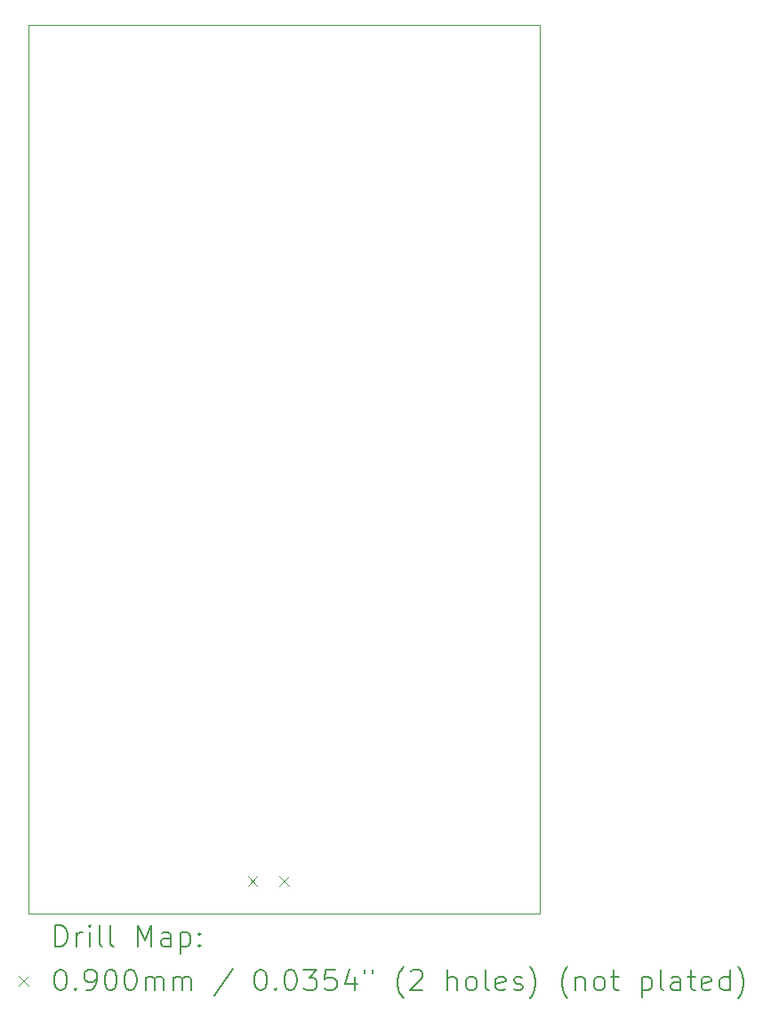
<source format=gbr>
%TF.GenerationSoftware,KiCad,Pcbnew,8.0.1-rc1*%
%TF.CreationDate,2024-04-01T18:49:28-05:00*%
%TF.ProjectId,tetrisBusinessCard,74657472-6973-4427-9573-696e65737343,rev?*%
%TF.SameCoordinates,Original*%
%TF.FileFunction,Drillmap*%
%TF.FilePolarity,Positive*%
%FSLAX45Y45*%
G04 Gerber Fmt 4.5, Leading zero omitted, Abs format (unit mm)*
G04 Created by KiCad (PCBNEW 8.0.1-rc1) date 2024-04-01 18:49:28*
%MOMM*%
%LPD*%
G01*
G04 APERTURE LIST*
%ADD10C,0.050000*%
%ADD11C,0.200000*%
%ADD12C,0.100000*%
G04 APERTURE END LIST*
D10*
X17320000Y-1975000D02*
X22185000Y-1975000D01*
X22185000Y-10425000D01*
X17320000Y-10425000D01*
X17320000Y-1975000D01*
D11*
D12*
X19410000Y-10070500D02*
X19500000Y-10160500D01*
X19500000Y-10070500D02*
X19410000Y-10160500D01*
X19710000Y-10070500D02*
X19800000Y-10160500D01*
X19800000Y-10070500D02*
X19710000Y-10160500D01*
D11*
X17578277Y-10738984D02*
X17578277Y-10538984D01*
X17578277Y-10538984D02*
X17625896Y-10538984D01*
X17625896Y-10538984D02*
X17654467Y-10548508D01*
X17654467Y-10548508D02*
X17673515Y-10567555D01*
X17673515Y-10567555D02*
X17683039Y-10586603D01*
X17683039Y-10586603D02*
X17692563Y-10624698D01*
X17692563Y-10624698D02*
X17692563Y-10653270D01*
X17692563Y-10653270D02*
X17683039Y-10691365D01*
X17683039Y-10691365D02*
X17673515Y-10710412D01*
X17673515Y-10710412D02*
X17654467Y-10729460D01*
X17654467Y-10729460D02*
X17625896Y-10738984D01*
X17625896Y-10738984D02*
X17578277Y-10738984D01*
X17778277Y-10738984D02*
X17778277Y-10605650D01*
X17778277Y-10643746D02*
X17787801Y-10624698D01*
X17787801Y-10624698D02*
X17797324Y-10615174D01*
X17797324Y-10615174D02*
X17816372Y-10605650D01*
X17816372Y-10605650D02*
X17835420Y-10605650D01*
X17902086Y-10738984D02*
X17902086Y-10605650D01*
X17902086Y-10538984D02*
X17892563Y-10548508D01*
X17892563Y-10548508D02*
X17902086Y-10558031D01*
X17902086Y-10558031D02*
X17911610Y-10548508D01*
X17911610Y-10548508D02*
X17902086Y-10538984D01*
X17902086Y-10538984D02*
X17902086Y-10558031D01*
X18025896Y-10738984D02*
X18006848Y-10729460D01*
X18006848Y-10729460D02*
X17997324Y-10710412D01*
X17997324Y-10710412D02*
X17997324Y-10538984D01*
X18130658Y-10738984D02*
X18111610Y-10729460D01*
X18111610Y-10729460D02*
X18102086Y-10710412D01*
X18102086Y-10710412D02*
X18102086Y-10538984D01*
X18359229Y-10738984D02*
X18359229Y-10538984D01*
X18359229Y-10538984D02*
X18425896Y-10681841D01*
X18425896Y-10681841D02*
X18492563Y-10538984D01*
X18492563Y-10538984D02*
X18492563Y-10738984D01*
X18673515Y-10738984D02*
X18673515Y-10634222D01*
X18673515Y-10634222D02*
X18663991Y-10615174D01*
X18663991Y-10615174D02*
X18644944Y-10605650D01*
X18644944Y-10605650D02*
X18606848Y-10605650D01*
X18606848Y-10605650D02*
X18587801Y-10615174D01*
X18673515Y-10729460D02*
X18654467Y-10738984D01*
X18654467Y-10738984D02*
X18606848Y-10738984D01*
X18606848Y-10738984D02*
X18587801Y-10729460D01*
X18587801Y-10729460D02*
X18578277Y-10710412D01*
X18578277Y-10710412D02*
X18578277Y-10691365D01*
X18578277Y-10691365D02*
X18587801Y-10672317D01*
X18587801Y-10672317D02*
X18606848Y-10662793D01*
X18606848Y-10662793D02*
X18654467Y-10662793D01*
X18654467Y-10662793D02*
X18673515Y-10653270D01*
X18768753Y-10605650D02*
X18768753Y-10805650D01*
X18768753Y-10615174D02*
X18787801Y-10605650D01*
X18787801Y-10605650D02*
X18825896Y-10605650D01*
X18825896Y-10605650D02*
X18844944Y-10615174D01*
X18844944Y-10615174D02*
X18854467Y-10624698D01*
X18854467Y-10624698D02*
X18863991Y-10643746D01*
X18863991Y-10643746D02*
X18863991Y-10700889D01*
X18863991Y-10700889D02*
X18854467Y-10719936D01*
X18854467Y-10719936D02*
X18844944Y-10729460D01*
X18844944Y-10729460D02*
X18825896Y-10738984D01*
X18825896Y-10738984D02*
X18787801Y-10738984D01*
X18787801Y-10738984D02*
X18768753Y-10729460D01*
X18949705Y-10719936D02*
X18959229Y-10729460D01*
X18959229Y-10729460D02*
X18949705Y-10738984D01*
X18949705Y-10738984D02*
X18940182Y-10729460D01*
X18940182Y-10729460D02*
X18949705Y-10719936D01*
X18949705Y-10719936D02*
X18949705Y-10738984D01*
X18949705Y-10615174D02*
X18959229Y-10624698D01*
X18959229Y-10624698D02*
X18949705Y-10634222D01*
X18949705Y-10634222D02*
X18940182Y-10624698D01*
X18940182Y-10624698D02*
X18949705Y-10615174D01*
X18949705Y-10615174D02*
X18949705Y-10634222D01*
D12*
X17227500Y-11022500D02*
X17317500Y-11112500D01*
X17317500Y-11022500D02*
X17227500Y-11112500D01*
D11*
X17616372Y-10958984D02*
X17635420Y-10958984D01*
X17635420Y-10958984D02*
X17654467Y-10968508D01*
X17654467Y-10968508D02*
X17663991Y-10978031D01*
X17663991Y-10978031D02*
X17673515Y-10997079D01*
X17673515Y-10997079D02*
X17683039Y-11035174D01*
X17683039Y-11035174D02*
X17683039Y-11082793D01*
X17683039Y-11082793D02*
X17673515Y-11120889D01*
X17673515Y-11120889D02*
X17663991Y-11139936D01*
X17663991Y-11139936D02*
X17654467Y-11149460D01*
X17654467Y-11149460D02*
X17635420Y-11158984D01*
X17635420Y-11158984D02*
X17616372Y-11158984D01*
X17616372Y-11158984D02*
X17597324Y-11149460D01*
X17597324Y-11149460D02*
X17587801Y-11139936D01*
X17587801Y-11139936D02*
X17578277Y-11120889D01*
X17578277Y-11120889D02*
X17568753Y-11082793D01*
X17568753Y-11082793D02*
X17568753Y-11035174D01*
X17568753Y-11035174D02*
X17578277Y-10997079D01*
X17578277Y-10997079D02*
X17587801Y-10978031D01*
X17587801Y-10978031D02*
X17597324Y-10968508D01*
X17597324Y-10968508D02*
X17616372Y-10958984D01*
X17768753Y-11139936D02*
X17778277Y-11149460D01*
X17778277Y-11149460D02*
X17768753Y-11158984D01*
X17768753Y-11158984D02*
X17759229Y-11149460D01*
X17759229Y-11149460D02*
X17768753Y-11139936D01*
X17768753Y-11139936D02*
X17768753Y-11158984D01*
X17873515Y-11158984D02*
X17911610Y-11158984D01*
X17911610Y-11158984D02*
X17930658Y-11149460D01*
X17930658Y-11149460D02*
X17940182Y-11139936D01*
X17940182Y-11139936D02*
X17959229Y-11111365D01*
X17959229Y-11111365D02*
X17968753Y-11073270D01*
X17968753Y-11073270D02*
X17968753Y-10997079D01*
X17968753Y-10997079D02*
X17959229Y-10978031D01*
X17959229Y-10978031D02*
X17949705Y-10968508D01*
X17949705Y-10968508D02*
X17930658Y-10958984D01*
X17930658Y-10958984D02*
X17892563Y-10958984D01*
X17892563Y-10958984D02*
X17873515Y-10968508D01*
X17873515Y-10968508D02*
X17863991Y-10978031D01*
X17863991Y-10978031D02*
X17854467Y-10997079D01*
X17854467Y-10997079D02*
X17854467Y-11044698D01*
X17854467Y-11044698D02*
X17863991Y-11063746D01*
X17863991Y-11063746D02*
X17873515Y-11073270D01*
X17873515Y-11073270D02*
X17892563Y-11082793D01*
X17892563Y-11082793D02*
X17930658Y-11082793D01*
X17930658Y-11082793D02*
X17949705Y-11073270D01*
X17949705Y-11073270D02*
X17959229Y-11063746D01*
X17959229Y-11063746D02*
X17968753Y-11044698D01*
X18092563Y-10958984D02*
X18111610Y-10958984D01*
X18111610Y-10958984D02*
X18130658Y-10968508D01*
X18130658Y-10968508D02*
X18140182Y-10978031D01*
X18140182Y-10978031D02*
X18149705Y-10997079D01*
X18149705Y-10997079D02*
X18159229Y-11035174D01*
X18159229Y-11035174D02*
X18159229Y-11082793D01*
X18159229Y-11082793D02*
X18149705Y-11120889D01*
X18149705Y-11120889D02*
X18140182Y-11139936D01*
X18140182Y-11139936D02*
X18130658Y-11149460D01*
X18130658Y-11149460D02*
X18111610Y-11158984D01*
X18111610Y-11158984D02*
X18092563Y-11158984D01*
X18092563Y-11158984D02*
X18073515Y-11149460D01*
X18073515Y-11149460D02*
X18063991Y-11139936D01*
X18063991Y-11139936D02*
X18054467Y-11120889D01*
X18054467Y-11120889D02*
X18044944Y-11082793D01*
X18044944Y-11082793D02*
X18044944Y-11035174D01*
X18044944Y-11035174D02*
X18054467Y-10997079D01*
X18054467Y-10997079D02*
X18063991Y-10978031D01*
X18063991Y-10978031D02*
X18073515Y-10968508D01*
X18073515Y-10968508D02*
X18092563Y-10958984D01*
X18283039Y-10958984D02*
X18302086Y-10958984D01*
X18302086Y-10958984D02*
X18321134Y-10968508D01*
X18321134Y-10968508D02*
X18330658Y-10978031D01*
X18330658Y-10978031D02*
X18340182Y-10997079D01*
X18340182Y-10997079D02*
X18349705Y-11035174D01*
X18349705Y-11035174D02*
X18349705Y-11082793D01*
X18349705Y-11082793D02*
X18340182Y-11120889D01*
X18340182Y-11120889D02*
X18330658Y-11139936D01*
X18330658Y-11139936D02*
X18321134Y-11149460D01*
X18321134Y-11149460D02*
X18302086Y-11158984D01*
X18302086Y-11158984D02*
X18283039Y-11158984D01*
X18283039Y-11158984D02*
X18263991Y-11149460D01*
X18263991Y-11149460D02*
X18254467Y-11139936D01*
X18254467Y-11139936D02*
X18244944Y-11120889D01*
X18244944Y-11120889D02*
X18235420Y-11082793D01*
X18235420Y-11082793D02*
X18235420Y-11035174D01*
X18235420Y-11035174D02*
X18244944Y-10997079D01*
X18244944Y-10997079D02*
X18254467Y-10978031D01*
X18254467Y-10978031D02*
X18263991Y-10968508D01*
X18263991Y-10968508D02*
X18283039Y-10958984D01*
X18435420Y-11158984D02*
X18435420Y-11025650D01*
X18435420Y-11044698D02*
X18444944Y-11035174D01*
X18444944Y-11035174D02*
X18463991Y-11025650D01*
X18463991Y-11025650D02*
X18492563Y-11025650D01*
X18492563Y-11025650D02*
X18511610Y-11035174D01*
X18511610Y-11035174D02*
X18521134Y-11054222D01*
X18521134Y-11054222D02*
X18521134Y-11158984D01*
X18521134Y-11054222D02*
X18530658Y-11035174D01*
X18530658Y-11035174D02*
X18549705Y-11025650D01*
X18549705Y-11025650D02*
X18578277Y-11025650D01*
X18578277Y-11025650D02*
X18597325Y-11035174D01*
X18597325Y-11035174D02*
X18606848Y-11054222D01*
X18606848Y-11054222D02*
X18606848Y-11158984D01*
X18702086Y-11158984D02*
X18702086Y-11025650D01*
X18702086Y-11044698D02*
X18711610Y-11035174D01*
X18711610Y-11035174D02*
X18730658Y-11025650D01*
X18730658Y-11025650D02*
X18759229Y-11025650D01*
X18759229Y-11025650D02*
X18778277Y-11035174D01*
X18778277Y-11035174D02*
X18787801Y-11054222D01*
X18787801Y-11054222D02*
X18787801Y-11158984D01*
X18787801Y-11054222D02*
X18797325Y-11035174D01*
X18797325Y-11035174D02*
X18816372Y-11025650D01*
X18816372Y-11025650D02*
X18844944Y-11025650D01*
X18844944Y-11025650D02*
X18863991Y-11035174D01*
X18863991Y-11035174D02*
X18873515Y-11054222D01*
X18873515Y-11054222D02*
X18873515Y-11158984D01*
X19263991Y-10949460D02*
X19092563Y-11206603D01*
X19521134Y-10958984D02*
X19540182Y-10958984D01*
X19540182Y-10958984D02*
X19559229Y-10968508D01*
X19559229Y-10968508D02*
X19568753Y-10978031D01*
X19568753Y-10978031D02*
X19578277Y-10997079D01*
X19578277Y-10997079D02*
X19587801Y-11035174D01*
X19587801Y-11035174D02*
X19587801Y-11082793D01*
X19587801Y-11082793D02*
X19578277Y-11120889D01*
X19578277Y-11120889D02*
X19568753Y-11139936D01*
X19568753Y-11139936D02*
X19559229Y-11149460D01*
X19559229Y-11149460D02*
X19540182Y-11158984D01*
X19540182Y-11158984D02*
X19521134Y-11158984D01*
X19521134Y-11158984D02*
X19502087Y-11149460D01*
X19502087Y-11149460D02*
X19492563Y-11139936D01*
X19492563Y-11139936D02*
X19483039Y-11120889D01*
X19483039Y-11120889D02*
X19473515Y-11082793D01*
X19473515Y-11082793D02*
X19473515Y-11035174D01*
X19473515Y-11035174D02*
X19483039Y-10997079D01*
X19483039Y-10997079D02*
X19492563Y-10978031D01*
X19492563Y-10978031D02*
X19502087Y-10968508D01*
X19502087Y-10968508D02*
X19521134Y-10958984D01*
X19673515Y-11139936D02*
X19683039Y-11149460D01*
X19683039Y-11149460D02*
X19673515Y-11158984D01*
X19673515Y-11158984D02*
X19663991Y-11149460D01*
X19663991Y-11149460D02*
X19673515Y-11139936D01*
X19673515Y-11139936D02*
X19673515Y-11158984D01*
X19806848Y-10958984D02*
X19825896Y-10958984D01*
X19825896Y-10958984D02*
X19844944Y-10968508D01*
X19844944Y-10968508D02*
X19854468Y-10978031D01*
X19854468Y-10978031D02*
X19863991Y-10997079D01*
X19863991Y-10997079D02*
X19873515Y-11035174D01*
X19873515Y-11035174D02*
X19873515Y-11082793D01*
X19873515Y-11082793D02*
X19863991Y-11120889D01*
X19863991Y-11120889D02*
X19854468Y-11139936D01*
X19854468Y-11139936D02*
X19844944Y-11149460D01*
X19844944Y-11149460D02*
X19825896Y-11158984D01*
X19825896Y-11158984D02*
X19806848Y-11158984D01*
X19806848Y-11158984D02*
X19787801Y-11149460D01*
X19787801Y-11149460D02*
X19778277Y-11139936D01*
X19778277Y-11139936D02*
X19768753Y-11120889D01*
X19768753Y-11120889D02*
X19759229Y-11082793D01*
X19759229Y-11082793D02*
X19759229Y-11035174D01*
X19759229Y-11035174D02*
X19768753Y-10997079D01*
X19768753Y-10997079D02*
X19778277Y-10978031D01*
X19778277Y-10978031D02*
X19787801Y-10968508D01*
X19787801Y-10968508D02*
X19806848Y-10958984D01*
X19940182Y-10958984D02*
X20063991Y-10958984D01*
X20063991Y-10958984D02*
X19997325Y-11035174D01*
X19997325Y-11035174D02*
X20025896Y-11035174D01*
X20025896Y-11035174D02*
X20044944Y-11044698D01*
X20044944Y-11044698D02*
X20054468Y-11054222D01*
X20054468Y-11054222D02*
X20063991Y-11073270D01*
X20063991Y-11073270D02*
X20063991Y-11120889D01*
X20063991Y-11120889D02*
X20054468Y-11139936D01*
X20054468Y-11139936D02*
X20044944Y-11149460D01*
X20044944Y-11149460D02*
X20025896Y-11158984D01*
X20025896Y-11158984D02*
X19968753Y-11158984D01*
X19968753Y-11158984D02*
X19949706Y-11149460D01*
X19949706Y-11149460D02*
X19940182Y-11139936D01*
X20244944Y-10958984D02*
X20149706Y-10958984D01*
X20149706Y-10958984D02*
X20140182Y-11054222D01*
X20140182Y-11054222D02*
X20149706Y-11044698D01*
X20149706Y-11044698D02*
X20168753Y-11035174D01*
X20168753Y-11035174D02*
X20216372Y-11035174D01*
X20216372Y-11035174D02*
X20235420Y-11044698D01*
X20235420Y-11044698D02*
X20244944Y-11054222D01*
X20244944Y-11054222D02*
X20254468Y-11073270D01*
X20254468Y-11073270D02*
X20254468Y-11120889D01*
X20254468Y-11120889D02*
X20244944Y-11139936D01*
X20244944Y-11139936D02*
X20235420Y-11149460D01*
X20235420Y-11149460D02*
X20216372Y-11158984D01*
X20216372Y-11158984D02*
X20168753Y-11158984D01*
X20168753Y-11158984D02*
X20149706Y-11149460D01*
X20149706Y-11149460D02*
X20140182Y-11139936D01*
X20425896Y-11025650D02*
X20425896Y-11158984D01*
X20378277Y-10949460D02*
X20330658Y-11092317D01*
X20330658Y-11092317D02*
X20454468Y-11092317D01*
X20521134Y-10958984D02*
X20521134Y-10997079D01*
X20597325Y-10958984D02*
X20597325Y-10997079D01*
X20892563Y-11235174D02*
X20883039Y-11225650D01*
X20883039Y-11225650D02*
X20863991Y-11197079D01*
X20863991Y-11197079D02*
X20854468Y-11178031D01*
X20854468Y-11178031D02*
X20844944Y-11149460D01*
X20844944Y-11149460D02*
X20835420Y-11101841D01*
X20835420Y-11101841D02*
X20835420Y-11063746D01*
X20835420Y-11063746D02*
X20844944Y-11016127D01*
X20844944Y-11016127D02*
X20854468Y-10987555D01*
X20854468Y-10987555D02*
X20863991Y-10968508D01*
X20863991Y-10968508D02*
X20883039Y-10939936D01*
X20883039Y-10939936D02*
X20892563Y-10930412D01*
X20959230Y-10978031D02*
X20968753Y-10968508D01*
X20968753Y-10968508D02*
X20987801Y-10958984D01*
X20987801Y-10958984D02*
X21035420Y-10958984D01*
X21035420Y-10958984D02*
X21054468Y-10968508D01*
X21054468Y-10968508D02*
X21063991Y-10978031D01*
X21063991Y-10978031D02*
X21073515Y-10997079D01*
X21073515Y-10997079D02*
X21073515Y-11016127D01*
X21073515Y-11016127D02*
X21063991Y-11044698D01*
X21063991Y-11044698D02*
X20949706Y-11158984D01*
X20949706Y-11158984D02*
X21073515Y-11158984D01*
X21311611Y-11158984D02*
X21311611Y-10958984D01*
X21397325Y-11158984D02*
X21397325Y-11054222D01*
X21397325Y-11054222D02*
X21387801Y-11035174D01*
X21387801Y-11035174D02*
X21368753Y-11025650D01*
X21368753Y-11025650D02*
X21340182Y-11025650D01*
X21340182Y-11025650D02*
X21321134Y-11035174D01*
X21321134Y-11035174D02*
X21311611Y-11044698D01*
X21521134Y-11158984D02*
X21502087Y-11149460D01*
X21502087Y-11149460D02*
X21492563Y-11139936D01*
X21492563Y-11139936D02*
X21483039Y-11120889D01*
X21483039Y-11120889D02*
X21483039Y-11063746D01*
X21483039Y-11063746D02*
X21492563Y-11044698D01*
X21492563Y-11044698D02*
X21502087Y-11035174D01*
X21502087Y-11035174D02*
X21521134Y-11025650D01*
X21521134Y-11025650D02*
X21549706Y-11025650D01*
X21549706Y-11025650D02*
X21568753Y-11035174D01*
X21568753Y-11035174D02*
X21578277Y-11044698D01*
X21578277Y-11044698D02*
X21587801Y-11063746D01*
X21587801Y-11063746D02*
X21587801Y-11120889D01*
X21587801Y-11120889D02*
X21578277Y-11139936D01*
X21578277Y-11139936D02*
X21568753Y-11149460D01*
X21568753Y-11149460D02*
X21549706Y-11158984D01*
X21549706Y-11158984D02*
X21521134Y-11158984D01*
X21702087Y-11158984D02*
X21683039Y-11149460D01*
X21683039Y-11149460D02*
X21673515Y-11130412D01*
X21673515Y-11130412D02*
X21673515Y-10958984D01*
X21854468Y-11149460D02*
X21835420Y-11158984D01*
X21835420Y-11158984D02*
X21797325Y-11158984D01*
X21797325Y-11158984D02*
X21778277Y-11149460D01*
X21778277Y-11149460D02*
X21768753Y-11130412D01*
X21768753Y-11130412D02*
X21768753Y-11054222D01*
X21768753Y-11054222D02*
X21778277Y-11035174D01*
X21778277Y-11035174D02*
X21797325Y-11025650D01*
X21797325Y-11025650D02*
X21835420Y-11025650D01*
X21835420Y-11025650D02*
X21854468Y-11035174D01*
X21854468Y-11035174D02*
X21863992Y-11054222D01*
X21863992Y-11054222D02*
X21863992Y-11073270D01*
X21863992Y-11073270D02*
X21768753Y-11092317D01*
X21940182Y-11149460D02*
X21959230Y-11158984D01*
X21959230Y-11158984D02*
X21997325Y-11158984D01*
X21997325Y-11158984D02*
X22016373Y-11149460D01*
X22016373Y-11149460D02*
X22025896Y-11130412D01*
X22025896Y-11130412D02*
X22025896Y-11120889D01*
X22025896Y-11120889D02*
X22016373Y-11101841D01*
X22016373Y-11101841D02*
X21997325Y-11092317D01*
X21997325Y-11092317D02*
X21968753Y-11092317D01*
X21968753Y-11092317D02*
X21949706Y-11082793D01*
X21949706Y-11082793D02*
X21940182Y-11063746D01*
X21940182Y-11063746D02*
X21940182Y-11054222D01*
X21940182Y-11054222D02*
X21949706Y-11035174D01*
X21949706Y-11035174D02*
X21968753Y-11025650D01*
X21968753Y-11025650D02*
X21997325Y-11025650D01*
X21997325Y-11025650D02*
X22016373Y-11035174D01*
X22092563Y-11235174D02*
X22102087Y-11225650D01*
X22102087Y-11225650D02*
X22121134Y-11197079D01*
X22121134Y-11197079D02*
X22130658Y-11178031D01*
X22130658Y-11178031D02*
X22140182Y-11149460D01*
X22140182Y-11149460D02*
X22149706Y-11101841D01*
X22149706Y-11101841D02*
X22149706Y-11063746D01*
X22149706Y-11063746D02*
X22140182Y-11016127D01*
X22140182Y-11016127D02*
X22130658Y-10987555D01*
X22130658Y-10987555D02*
X22121134Y-10968508D01*
X22121134Y-10968508D02*
X22102087Y-10939936D01*
X22102087Y-10939936D02*
X22092563Y-10930412D01*
X22454468Y-11235174D02*
X22444944Y-11225650D01*
X22444944Y-11225650D02*
X22425896Y-11197079D01*
X22425896Y-11197079D02*
X22416372Y-11178031D01*
X22416372Y-11178031D02*
X22406849Y-11149460D01*
X22406849Y-11149460D02*
X22397325Y-11101841D01*
X22397325Y-11101841D02*
X22397325Y-11063746D01*
X22397325Y-11063746D02*
X22406849Y-11016127D01*
X22406849Y-11016127D02*
X22416372Y-10987555D01*
X22416372Y-10987555D02*
X22425896Y-10968508D01*
X22425896Y-10968508D02*
X22444944Y-10939936D01*
X22444944Y-10939936D02*
X22454468Y-10930412D01*
X22530658Y-11025650D02*
X22530658Y-11158984D01*
X22530658Y-11044698D02*
X22540182Y-11035174D01*
X22540182Y-11035174D02*
X22559230Y-11025650D01*
X22559230Y-11025650D02*
X22587801Y-11025650D01*
X22587801Y-11025650D02*
X22606849Y-11035174D01*
X22606849Y-11035174D02*
X22616372Y-11054222D01*
X22616372Y-11054222D02*
X22616372Y-11158984D01*
X22740182Y-11158984D02*
X22721134Y-11149460D01*
X22721134Y-11149460D02*
X22711611Y-11139936D01*
X22711611Y-11139936D02*
X22702087Y-11120889D01*
X22702087Y-11120889D02*
X22702087Y-11063746D01*
X22702087Y-11063746D02*
X22711611Y-11044698D01*
X22711611Y-11044698D02*
X22721134Y-11035174D01*
X22721134Y-11035174D02*
X22740182Y-11025650D01*
X22740182Y-11025650D02*
X22768753Y-11025650D01*
X22768753Y-11025650D02*
X22787801Y-11035174D01*
X22787801Y-11035174D02*
X22797325Y-11044698D01*
X22797325Y-11044698D02*
X22806849Y-11063746D01*
X22806849Y-11063746D02*
X22806849Y-11120889D01*
X22806849Y-11120889D02*
X22797325Y-11139936D01*
X22797325Y-11139936D02*
X22787801Y-11149460D01*
X22787801Y-11149460D02*
X22768753Y-11158984D01*
X22768753Y-11158984D02*
X22740182Y-11158984D01*
X22863992Y-11025650D02*
X22940182Y-11025650D01*
X22892563Y-10958984D02*
X22892563Y-11130412D01*
X22892563Y-11130412D02*
X22902087Y-11149460D01*
X22902087Y-11149460D02*
X22921134Y-11158984D01*
X22921134Y-11158984D02*
X22940182Y-11158984D01*
X23159230Y-11025650D02*
X23159230Y-11225650D01*
X23159230Y-11035174D02*
X23178277Y-11025650D01*
X23178277Y-11025650D02*
X23216373Y-11025650D01*
X23216373Y-11025650D02*
X23235420Y-11035174D01*
X23235420Y-11035174D02*
X23244944Y-11044698D01*
X23244944Y-11044698D02*
X23254468Y-11063746D01*
X23254468Y-11063746D02*
X23254468Y-11120889D01*
X23254468Y-11120889D02*
X23244944Y-11139936D01*
X23244944Y-11139936D02*
X23235420Y-11149460D01*
X23235420Y-11149460D02*
X23216373Y-11158984D01*
X23216373Y-11158984D02*
X23178277Y-11158984D01*
X23178277Y-11158984D02*
X23159230Y-11149460D01*
X23368753Y-11158984D02*
X23349706Y-11149460D01*
X23349706Y-11149460D02*
X23340182Y-11130412D01*
X23340182Y-11130412D02*
X23340182Y-10958984D01*
X23530658Y-11158984D02*
X23530658Y-11054222D01*
X23530658Y-11054222D02*
X23521134Y-11035174D01*
X23521134Y-11035174D02*
X23502087Y-11025650D01*
X23502087Y-11025650D02*
X23463992Y-11025650D01*
X23463992Y-11025650D02*
X23444944Y-11035174D01*
X23530658Y-11149460D02*
X23511611Y-11158984D01*
X23511611Y-11158984D02*
X23463992Y-11158984D01*
X23463992Y-11158984D02*
X23444944Y-11149460D01*
X23444944Y-11149460D02*
X23435420Y-11130412D01*
X23435420Y-11130412D02*
X23435420Y-11111365D01*
X23435420Y-11111365D02*
X23444944Y-11092317D01*
X23444944Y-11092317D02*
X23463992Y-11082793D01*
X23463992Y-11082793D02*
X23511611Y-11082793D01*
X23511611Y-11082793D02*
X23530658Y-11073270D01*
X23597325Y-11025650D02*
X23673515Y-11025650D01*
X23625896Y-10958984D02*
X23625896Y-11130412D01*
X23625896Y-11130412D02*
X23635420Y-11149460D01*
X23635420Y-11149460D02*
X23654468Y-11158984D01*
X23654468Y-11158984D02*
X23673515Y-11158984D01*
X23816373Y-11149460D02*
X23797325Y-11158984D01*
X23797325Y-11158984D02*
X23759230Y-11158984D01*
X23759230Y-11158984D02*
X23740182Y-11149460D01*
X23740182Y-11149460D02*
X23730658Y-11130412D01*
X23730658Y-11130412D02*
X23730658Y-11054222D01*
X23730658Y-11054222D02*
X23740182Y-11035174D01*
X23740182Y-11035174D02*
X23759230Y-11025650D01*
X23759230Y-11025650D02*
X23797325Y-11025650D01*
X23797325Y-11025650D02*
X23816373Y-11035174D01*
X23816373Y-11035174D02*
X23825896Y-11054222D01*
X23825896Y-11054222D02*
X23825896Y-11073270D01*
X23825896Y-11073270D02*
X23730658Y-11092317D01*
X23997325Y-11158984D02*
X23997325Y-10958984D01*
X23997325Y-11149460D02*
X23978277Y-11158984D01*
X23978277Y-11158984D02*
X23940182Y-11158984D01*
X23940182Y-11158984D02*
X23921134Y-11149460D01*
X23921134Y-11149460D02*
X23911611Y-11139936D01*
X23911611Y-11139936D02*
X23902087Y-11120889D01*
X23902087Y-11120889D02*
X23902087Y-11063746D01*
X23902087Y-11063746D02*
X23911611Y-11044698D01*
X23911611Y-11044698D02*
X23921134Y-11035174D01*
X23921134Y-11035174D02*
X23940182Y-11025650D01*
X23940182Y-11025650D02*
X23978277Y-11025650D01*
X23978277Y-11025650D02*
X23997325Y-11035174D01*
X24073515Y-11235174D02*
X24083039Y-11225650D01*
X24083039Y-11225650D02*
X24102087Y-11197079D01*
X24102087Y-11197079D02*
X24111611Y-11178031D01*
X24111611Y-11178031D02*
X24121134Y-11149460D01*
X24121134Y-11149460D02*
X24130658Y-11101841D01*
X24130658Y-11101841D02*
X24130658Y-11063746D01*
X24130658Y-11063746D02*
X24121134Y-11016127D01*
X24121134Y-11016127D02*
X24111611Y-10987555D01*
X24111611Y-10987555D02*
X24102087Y-10968508D01*
X24102087Y-10968508D02*
X24083039Y-10939936D01*
X24083039Y-10939936D02*
X24073515Y-10930412D01*
M02*

</source>
